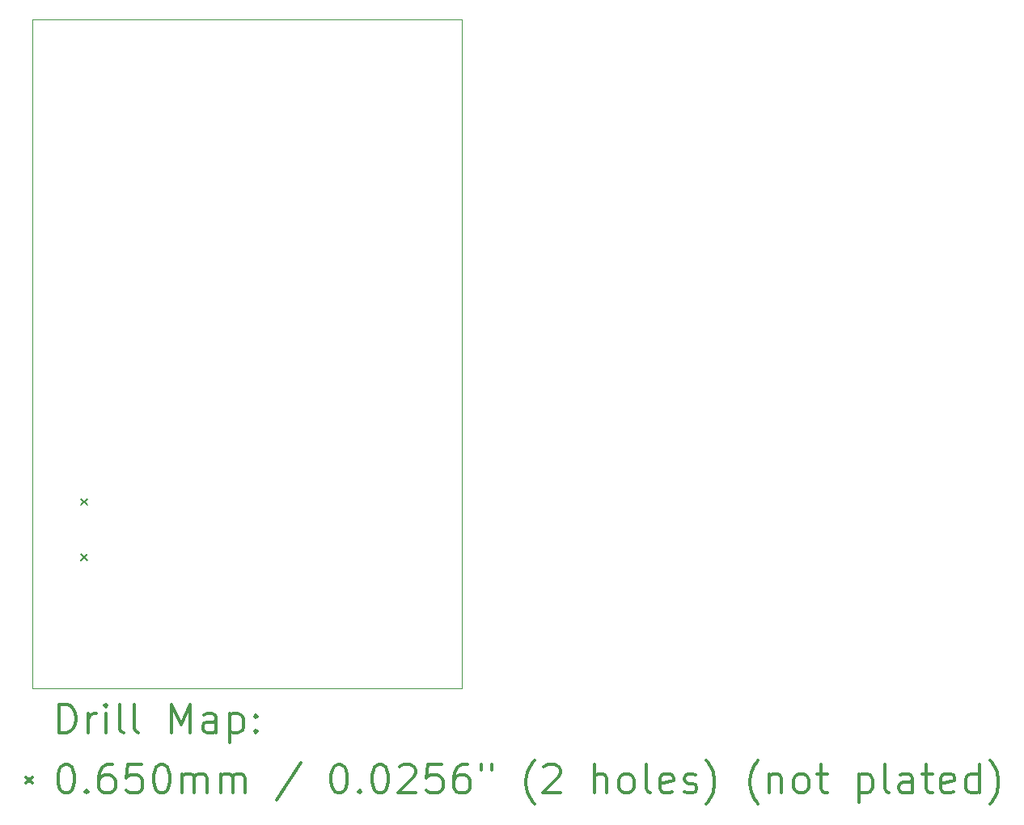
<source format=gbr>
%FSLAX45Y45*%
G04 Gerber Fmt 4.5, Leading zero omitted, Abs format (unit mm)*
G04 Created by KiCad (PCBNEW (5.1.10)-1) date 2021-10-05 03:14:15*
%MOMM*%
%LPD*%
G01*
G04 APERTURE LIST*
%TA.AperFunction,Profile*%
%ADD10C,0.050000*%
%TD*%
%ADD11C,0.200000*%
%ADD12C,0.300000*%
G04 APERTURE END LIST*
D10*
X15700000Y-11300000D02*
X15700000Y-4300000D01*
X20200000Y-11300000D02*
X15700000Y-11300000D01*
X20200000Y-4300000D02*
X20200000Y-11300000D01*
X15700000Y-4300000D02*
X20200000Y-4300000D01*
D11*
X16207500Y-9318500D02*
X16272500Y-9383500D01*
X16272500Y-9318500D02*
X16207500Y-9383500D01*
X16207500Y-9896500D02*
X16272500Y-9961500D01*
X16272500Y-9896500D02*
X16207500Y-9961500D01*
D12*
X15983928Y-11768214D02*
X15983928Y-11468214D01*
X16055357Y-11468214D01*
X16098214Y-11482500D01*
X16126786Y-11511071D01*
X16141071Y-11539643D01*
X16155357Y-11596786D01*
X16155357Y-11639643D01*
X16141071Y-11696786D01*
X16126786Y-11725357D01*
X16098214Y-11753929D01*
X16055357Y-11768214D01*
X15983928Y-11768214D01*
X16283928Y-11768214D02*
X16283928Y-11568214D01*
X16283928Y-11625357D02*
X16298214Y-11596786D01*
X16312500Y-11582500D01*
X16341071Y-11568214D01*
X16369643Y-11568214D01*
X16469643Y-11768214D02*
X16469643Y-11568214D01*
X16469643Y-11468214D02*
X16455357Y-11482500D01*
X16469643Y-11496786D01*
X16483928Y-11482500D01*
X16469643Y-11468214D01*
X16469643Y-11496786D01*
X16655357Y-11768214D02*
X16626786Y-11753929D01*
X16612500Y-11725357D01*
X16612500Y-11468214D01*
X16812500Y-11768214D02*
X16783928Y-11753929D01*
X16769643Y-11725357D01*
X16769643Y-11468214D01*
X17155357Y-11768214D02*
X17155357Y-11468214D01*
X17255357Y-11682500D01*
X17355357Y-11468214D01*
X17355357Y-11768214D01*
X17626786Y-11768214D02*
X17626786Y-11611071D01*
X17612500Y-11582500D01*
X17583928Y-11568214D01*
X17526786Y-11568214D01*
X17498214Y-11582500D01*
X17626786Y-11753929D02*
X17598214Y-11768214D01*
X17526786Y-11768214D01*
X17498214Y-11753929D01*
X17483928Y-11725357D01*
X17483928Y-11696786D01*
X17498214Y-11668214D01*
X17526786Y-11653929D01*
X17598214Y-11653929D01*
X17626786Y-11639643D01*
X17769643Y-11568214D02*
X17769643Y-11868214D01*
X17769643Y-11582500D02*
X17798214Y-11568214D01*
X17855357Y-11568214D01*
X17883928Y-11582500D01*
X17898214Y-11596786D01*
X17912500Y-11625357D01*
X17912500Y-11711071D01*
X17898214Y-11739643D01*
X17883928Y-11753929D01*
X17855357Y-11768214D01*
X17798214Y-11768214D01*
X17769643Y-11753929D01*
X18041071Y-11739643D02*
X18055357Y-11753929D01*
X18041071Y-11768214D01*
X18026786Y-11753929D01*
X18041071Y-11739643D01*
X18041071Y-11768214D01*
X18041071Y-11582500D02*
X18055357Y-11596786D01*
X18041071Y-11611071D01*
X18026786Y-11596786D01*
X18041071Y-11582500D01*
X18041071Y-11611071D01*
X15632500Y-12230000D02*
X15697500Y-12295000D01*
X15697500Y-12230000D02*
X15632500Y-12295000D01*
X16041071Y-12098214D02*
X16069643Y-12098214D01*
X16098214Y-12112500D01*
X16112500Y-12126786D01*
X16126786Y-12155357D01*
X16141071Y-12212500D01*
X16141071Y-12283929D01*
X16126786Y-12341071D01*
X16112500Y-12369643D01*
X16098214Y-12383929D01*
X16069643Y-12398214D01*
X16041071Y-12398214D01*
X16012500Y-12383929D01*
X15998214Y-12369643D01*
X15983928Y-12341071D01*
X15969643Y-12283929D01*
X15969643Y-12212500D01*
X15983928Y-12155357D01*
X15998214Y-12126786D01*
X16012500Y-12112500D01*
X16041071Y-12098214D01*
X16269643Y-12369643D02*
X16283928Y-12383929D01*
X16269643Y-12398214D01*
X16255357Y-12383929D01*
X16269643Y-12369643D01*
X16269643Y-12398214D01*
X16541071Y-12098214D02*
X16483928Y-12098214D01*
X16455357Y-12112500D01*
X16441071Y-12126786D01*
X16412500Y-12169643D01*
X16398214Y-12226786D01*
X16398214Y-12341071D01*
X16412500Y-12369643D01*
X16426786Y-12383929D01*
X16455357Y-12398214D01*
X16512500Y-12398214D01*
X16541071Y-12383929D01*
X16555357Y-12369643D01*
X16569643Y-12341071D01*
X16569643Y-12269643D01*
X16555357Y-12241071D01*
X16541071Y-12226786D01*
X16512500Y-12212500D01*
X16455357Y-12212500D01*
X16426786Y-12226786D01*
X16412500Y-12241071D01*
X16398214Y-12269643D01*
X16841071Y-12098214D02*
X16698214Y-12098214D01*
X16683928Y-12241071D01*
X16698214Y-12226786D01*
X16726786Y-12212500D01*
X16798214Y-12212500D01*
X16826786Y-12226786D01*
X16841071Y-12241071D01*
X16855357Y-12269643D01*
X16855357Y-12341071D01*
X16841071Y-12369643D01*
X16826786Y-12383929D01*
X16798214Y-12398214D01*
X16726786Y-12398214D01*
X16698214Y-12383929D01*
X16683928Y-12369643D01*
X17041071Y-12098214D02*
X17069643Y-12098214D01*
X17098214Y-12112500D01*
X17112500Y-12126786D01*
X17126786Y-12155357D01*
X17141071Y-12212500D01*
X17141071Y-12283929D01*
X17126786Y-12341071D01*
X17112500Y-12369643D01*
X17098214Y-12383929D01*
X17069643Y-12398214D01*
X17041071Y-12398214D01*
X17012500Y-12383929D01*
X16998214Y-12369643D01*
X16983928Y-12341071D01*
X16969643Y-12283929D01*
X16969643Y-12212500D01*
X16983928Y-12155357D01*
X16998214Y-12126786D01*
X17012500Y-12112500D01*
X17041071Y-12098214D01*
X17269643Y-12398214D02*
X17269643Y-12198214D01*
X17269643Y-12226786D02*
X17283928Y-12212500D01*
X17312500Y-12198214D01*
X17355357Y-12198214D01*
X17383928Y-12212500D01*
X17398214Y-12241071D01*
X17398214Y-12398214D01*
X17398214Y-12241071D02*
X17412500Y-12212500D01*
X17441071Y-12198214D01*
X17483928Y-12198214D01*
X17512500Y-12212500D01*
X17526786Y-12241071D01*
X17526786Y-12398214D01*
X17669643Y-12398214D02*
X17669643Y-12198214D01*
X17669643Y-12226786D02*
X17683928Y-12212500D01*
X17712500Y-12198214D01*
X17755357Y-12198214D01*
X17783928Y-12212500D01*
X17798214Y-12241071D01*
X17798214Y-12398214D01*
X17798214Y-12241071D02*
X17812500Y-12212500D01*
X17841071Y-12198214D01*
X17883928Y-12198214D01*
X17912500Y-12212500D01*
X17926786Y-12241071D01*
X17926786Y-12398214D01*
X18512500Y-12083929D02*
X18255357Y-12469643D01*
X18898214Y-12098214D02*
X18926786Y-12098214D01*
X18955357Y-12112500D01*
X18969643Y-12126786D01*
X18983928Y-12155357D01*
X18998214Y-12212500D01*
X18998214Y-12283929D01*
X18983928Y-12341071D01*
X18969643Y-12369643D01*
X18955357Y-12383929D01*
X18926786Y-12398214D01*
X18898214Y-12398214D01*
X18869643Y-12383929D01*
X18855357Y-12369643D01*
X18841071Y-12341071D01*
X18826786Y-12283929D01*
X18826786Y-12212500D01*
X18841071Y-12155357D01*
X18855357Y-12126786D01*
X18869643Y-12112500D01*
X18898214Y-12098214D01*
X19126786Y-12369643D02*
X19141071Y-12383929D01*
X19126786Y-12398214D01*
X19112500Y-12383929D01*
X19126786Y-12369643D01*
X19126786Y-12398214D01*
X19326786Y-12098214D02*
X19355357Y-12098214D01*
X19383928Y-12112500D01*
X19398214Y-12126786D01*
X19412500Y-12155357D01*
X19426786Y-12212500D01*
X19426786Y-12283929D01*
X19412500Y-12341071D01*
X19398214Y-12369643D01*
X19383928Y-12383929D01*
X19355357Y-12398214D01*
X19326786Y-12398214D01*
X19298214Y-12383929D01*
X19283928Y-12369643D01*
X19269643Y-12341071D01*
X19255357Y-12283929D01*
X19255357Y-12212500D01*
X19269643Y-12155357D01*
X19283928Y-12126786D01*
X19298214Y-12112500D01*
X19326786Y-12098214D01*
X19541071Y-12126786D02*
X19555357Y-12112500D01*
X19583928Y-12098214D01*
X19655357Y-12098214D01*
X19683928Y-12112500D01*
X19698214Y-12126786D01*
X19712500Y-12155357D01*
X19712500Y-12183929D01*
X19698214Y-12226786D01*
X19526786Y-12398214D01*
X19712500Y-12398214D01*
X19983928Y-12098214D02*
X19841071Y-12098214D01*
X19826786Y-12241071D01*
X19841071Y-12226786D01*
X19869643Y-12212500D01*
X19941071Y-12212500D01*
X19969643Y-12226786D01*
X19983928Y-12241071D01*
X19998214Y-12269643D01*
X19998214Y-12341071D01*
X19983928Y-12369643D01*
X19969643Y-12383929D01*
X19941071Y-12398214D01*
X19869643Y-12398214D01*
X19841071Y-12383929D01*
X19826786Y-12369643D01*
X20255357Y-12098214D02*
X20198214Y-12098214D01*
X20169643Y-12112500D01*
X20155357Y-12126786D01*
X20126786Y-12169643D01*
X20112500Y-12226786D01*
X20112500Y-12341071D01*
X20126786Y-12369643D01*
X20141071Y-12383929D01*
X20169643Y-12398214D01*
X20226786Y-12398214D01*
X20255357Y-12383929D01*
X20269643Y-12369643D01*
X20283928Y-12341071D01*
X20283928Y-12269643D01*
X20269643Y-12241071D01*
X20255357Y-12226786D01*
X20226786Y-12212500D01*
X20169643Y-12212500D01*
X20141071Y-12226786D01*
X20126786Y-12241071D01*
X20112500Y-12269643D01*
X20398214Y-12098214D02*
X20398214Y-12155357D01*
X20512500Y-12098214D02*
X20512500Y-12155357D01*
X20955357Y-12512500D02*
X20941071Y-12498214D01*
X20912500Y-12455357D01*
X20898214Y-12426786D01*
X20883928Y-12383929D01*
X20869643Y-12312500D01*
X20869643Y-12255357D01*
X20883928Y-12183929D01*
X20898214Y-12141071D01*
X20912500Y-12112500D01*
X20941071Y-12069643D01*
X20955357Y-12055357D01*
X21055357Y-12126786D02*
X21069643Y-12112500D01*
X21098214Y-12098214D01*
X21169643Y-12098214D01*
X21198214Y-12112500D01*
X21212500Y-12126786D01*
X21226786Y-12155357D01*
X21226786Y-12183929D01*
X21212500Y-12226786D01*
X21041071Y-12398214D01*
X21226786Y-12398214D01*
X21583928Y-12398214D02*
X21583928Y-12098214D01*
X21712500Y-12398214D02*
X21712500Y-12241071D01*
X21698214Y-12212500D01*
X21669643Y-12198214D01*
X21626786Y-12198214D01*
X21598214Y-12212500D01*
X21583928Y-12226786D01*
X21898214Y-12398214D02*
X21869643Y-12383929D01*
X21855357Y-12369643D01*
X21841071Y-12341071D01*
X21841071Y-12255357D01*
X21855357Y-12226786D01*
X21869643Y-12212500D01*
X21898214Y-12198214D01*
X21941071Y-12198214D01*
X21969643Y-12212500D01*
X21983928Y-12226786D01*
X21998214Y-12255357D01*
X21998214Y-12341071D01*
X21983928Y-12369643D01*
X21969643Y-12383929D01*
X21941071Y-12398214D01*
X21898214Y-12398214D01*
X22169643Y-12398214D02*
X22141071Y-12383929D01*
X22126786Y-12355357D01*
X22126786Y-12098214D01*
X22398214Y-12383929D02*
X22369643Y-12398214D01*
X22312500Y-12398214D01*
X22283928Y-12383929D01*
X22269643Y-12355357D01*
X22269643Y-12241071D01*
X22283928Y-12212500D01*
X22312500Y-12198214D01*
X22369643Y-12198214D01*
X22398214Y-12212500D01*
X22412500Y-12241071D01*
X22412500Y-12269643D01*
X22269643Y-12298214D01*
X22526786Y-12383929D02*
X22555357Y-12398214D01*
X22612500Y-12398214D01*
X22641071Y-12383929D01*
X22655357Y-12355357D01*
X22655357Y-12341071D01*
X22641071Y-12312500D01*
X22612500Y-12298214D01*
X22569643Y-12298214D01*
X22541071Y-12283929D01*
X22526786Y-12255357D01*
X22526786Y-12241071D01*
X22541071Y-12212500D01*
X22569643Y-12198214D01*
X22612500Y-12198214D01*
X22641071Y-12212500D01*
X22755357Y-12512500D02*
X22769643Y-12498214D01*
X22798214Y-12455357D01*
X22812500Y-12426786D01*
X22826786Y-12383929D01*
X22841071Y-12312500D01*
X22841071Y-12255357D01*
X22826786Y-12183929D01*
X22812500Y-12141071D01*
X22798214Y-12112500D01*
X22769643Y-12069643D01*
X22755357Y-12055357D01*
X23298214Y-12512500D02*
X23283928Y-12498214D01*
X23255357Y-12455357D01*
X23241071Y-12426786D01*
X23226786Y-12383929D01*
X23212500Y-12312500D01*
X23212500Y-12255357D01*
X23226786Y-12183929D01*
X23241071Y-12141071D01*
X23255357Y-12112500D01*
X23283928Y-12069643D01*
X23298214Y-12055357D01*
X23412500Y-12198214D02*
X23412500Y-12398214D01*
X23412500Y-12226786D02*
X23426786Y-12212500D01*
X23455357Y-12198214D01*
X23498214Y-12198214D01*
X23526786Y-12212500D01*
X23541071Y-12241071D01*
X23541071Y-12398214D01*
X23726786Y-12398214D02*
X23698214Y-12383929D01*
X23683928Y-12369643D01*
X23669643Y-12341071D01*
X23669643Y-12255357D01*
X23683928Y-12226786D01*
X23698214Y-12212500D01*
X23726786Y-12198214D01*
X23769643Y-12198214D01*
X23798214Y-12212500D01*
X23812500Y-12226786D01*
X23826786Y-12255357D01*
X23826786Y-12341071D01*
X23812500Y-12369643D01*
X23798214Y-12383929D01*
X23769643Y-12398214D01*
X23726786Y-12398214D01*
X23912500Y-12198214D02*
X24026786Y-12198214D01*
X23955357Y-12098214D02*
X23955357Y-12355357D01*
X23969643Y-12383929D01*
X23998214Y-12398214D01*
X24026786Y-12398214D01*
X24355357Y-12198214D02*
X24355357Y-12498214D01*
X24355357Y-12212500D02*
X24383928Y-12198214D01*
X24441071Y-12198214D01*
X24469643Y-12212500D01*
X24483928Y-12226786D01*
X24498214Y-12255357D01*
X24498214Y-12341071D01*
X24483928Y-12369643D01*
X24469643Y-12383929D01*
X24441071Y-12398214D01*
X24383928Y-12398214D01*
X24355357Y-12383929D01*
X24669643Y-12398214D02*
X24641071Y-12383929D01*
X24626786Y-12355357D01*
X24626786Y-12098214D01*
X24912500Y-12398214D02*
X24912500Y-12241071D01*
X24898214Y-12212500D01*
X24869643Y-12198214D01*
X24812500Y-12198214D01*
X24783928Y-12212500D01*
X24912500Y-12383929D02*
X24883928Y-12398214D01*
X24812500Y-12398214D01*
X24783928Y-12383929D01*
X24769643Y-12355357D01*
X24769643Y-12326786D01*
X24783928Y-12298214D01*
X24812500Y-12283929D01*
X24883928Y-12283929D01*
X24912500Y-12269643D01*
X25012500Y-12198214D02*
X25126786Y-12198214D01*
X25055357Y-12098214D02*
X25055357Y-12355357D01*
X25069643Y-12383929D01*
X25098214Y-12398214D01*
X25126786Y-12398214D01*
X25341071Y-12383929D02*
X25312500Y-12398214D01*
X25255357Y-12398214D01*
X25226786Y-12383929D01*
X25212500Y-12355357D01*
X25212500Y-12241071D01*
X25226786Y-12212500D01*
X25255357Y-12198214D01*
X25312500Y-12198214D01*
X25341071Y-12212500D01*
X25355357Y-12241071D01*
X25355357Y-12269643D01*
X25212500Y-12298214D01*
X25612500Y-12398214D02*
X25612500Y-12098214D01*
X25612500Y-12383929D02*
X25583928Y-12398214D01*
X25526786Y-12398214D01*
X25498214Y-12383929D01*
X25483928Y-12369643D01*
X25469643Y-12341071D01*
X25469643Y-12255357D01*
X25483928Y-12226786D01*
X25498214Y-12212500D01*
X25526786Y-12198214D01*
X25583928Y-12198214D01*
X25612500Y-12212500D01*
X25726786Y-12512500D02*
X25741071Y-12498214D01*
X25769643Y-12455357D01*
X25783928Y-12426786D01*
X25798214Y-12383929D01*
X25812500Y-12312500D01*
X25812500Y-12255357D01*
X25798214Y-12183929D01*
X25783928Y-12141071D01*
X25769643Y-12112500D01*
X25741071Y-12069643D01*
X25726786Y-12055357D01*
M02*

</source>
